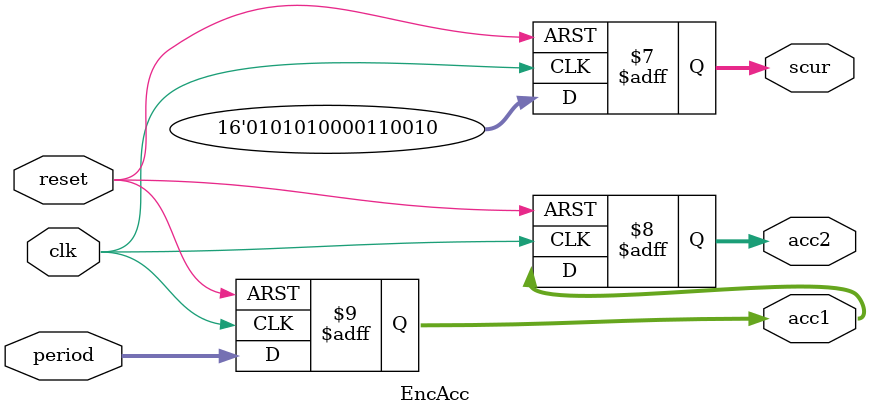
<source format=v>
/*******************************************************************************
 *
 * Copyright(C) 2008-2012 ERC CISST, Johns Hopkins University.
 *
 * This module measures the encoder pulse period by counting the edges of a
 * fixed fast clock (~1 MHz) between encoder pulses.  Each new encoder pulse
 * latches the current count and starts a new one.  From this measurement the
 * encoder period can be obtained by multiplying the number of counts by the
 * period of the fixed fast clock.
 * 
 * This module blablabal measures enc acceleration
 *
 * Revision history
 *     03/01/12    Zihan Chen          Initial revision
 */


module EncAcc(clk, reset, period, acc1, acc2, scur);

    // define I/Os 
    input clk;                // sysclk
    input reset;              // global reset signal
    input[15:0] period;       // period form EncPeriod
    output[15:0] acc1;        // speed count 1
    output[15:0] acc2;        // speed count 2
    output[15:0] scur;        // sync cur value

    // local reg or wire
    // reg[15:0] count;
    reg[15:0] acc1;
    reg[15:0] acc2;
    reg[15:0] scur;
    
/*
// assign constant value for test
always @(posedge clk or negedge reset)
begin
    if (reset == 0)
        count <= 16'd0;
    else
        count <= 16'h0123;
end
*/

// latch period value
always @(posedge clk or negedge reset)
begin
    if (reset == 0)
        acc1 <= 16'd0;
    else
        acc1 <= period;
end

// latch prev period value
always @(posedge clk or negedge reset)
begin
    if (reset == 0)
        acc2 <= 16'd0;
    else
        acc2 <= acc1;
end


// latch sync motor cur value
always @(posedge clk or negedge reset)
begin
    if (reset == 0)
        scur <= 16'd0;
    else
        scur <= 16'h5432;
end



endmodule

</source>
